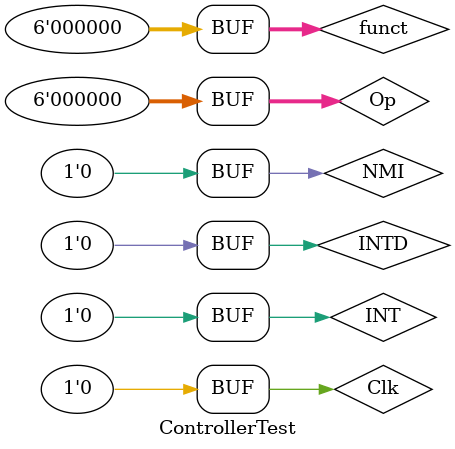
<source format=v>
`timescale 1ns / 1ps


module ControllerTest;

	// Inputs
	reg [5:0] Op;
	reg [5:0] funct;
	reg Clk;
	reg INT;
	reg NMI;
	reg INTD;

	// Outputs
	wire isBranch;
	wire PCWrite;
	wire lorD;
	wire MemWrite;
	wire MemtoReg;
	wire IRWrite;
	wire INA;
	wire [1:0] aluControl;
	wire [1:0] ALUSrcB;
	wire PCSource;
	wire ALUSrcA;
	wire RegWrite;
	wire RegDst;
	wire isInterrupted;

	// Instantiate the Unit Under Test (UUT)
	Controller uut (
		.Op(Op), 
		.funct(funct), 
		.Clk(Clk), 
		.INT(INT), 
		.NMI(NMI), 
		.INTD(INTD), 
		.isBranch(isBranch), 
		.PCWrite(PCWrite), 
		.lorD(lorD), 
		.MemWrite(MemWrite), 
		.MemtoReg(MemtoReg), 
		.IRWrite(IRWrite), 
		.INA(INA), 
		.aluControl(aluControl), 
		.ALUSrcB(ALUSrcB), 
		.PCSource(PCSource), 
		.ALUSrcA(ALUSrcA), 
		.RegWrite(RegWrite), 
		.RegDst(RegDst), 
		.isInterrupted(isInterrupted)
	);

	initial begin
		// Initialize Inputs
		Op = 0;funct = 0;Clk = 0;INT = 0;NMI = 0;INTD = 0;

	end
      
endmodule


</source>
